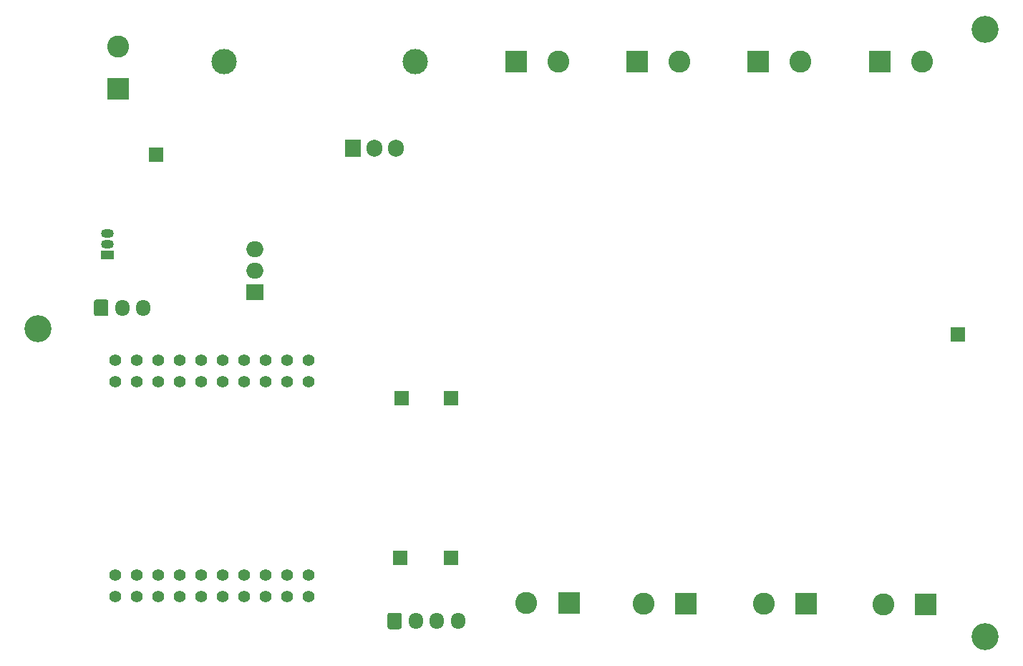
<source format=gbs>
G04 #@! TF.GenerationSoftware,KiCad,Pcbnew,5.1.11-e4df9d881f~92~ubuntu20.04.1*
G04 #@! TF.CreationDate,2021-10-29T00:11:59+02:00*
G04 #@! TF.ProjectId,CC dimmer low voltage,43432064-696d-46d6-9572-206c6f772076,0.95*
G04 #@! TF.SameCoordinates,Original*
G04 #@! TF.FileFunction,Soldermask,Bot*
G04 #@! TF.FilePolarity,Negative*
%FSLAX46Y46*%
G04 Gerber Fmt 4.6, Leading zero omitted, Abs format (unit mm)*
G04 Created by KiCad (PCBNEW 5.1.11-e4df9d881f~92~ubuntu20.04.1) date 2021-10-29 00:11:59*
%MOMM*%
%LPD*%
G01*
G04 APERTURE LIST*
%ADD10C,3.000000*%
%ADD11C,1.400000*%
%ADD12R,1.700000X1.700000*%
%ADD13C,3.200000*%
%ADD14O,1.700000X1.950000*%
%ADD15O,1.905000X2.000000*%
%ADD16R,1.905000X2.000000*%
%ADD17O,1.500000X1.050000*%
%ADD18R,1.500000X1.050000*%
%ADD19R,2.000000X1.905000*%
%ADD20O,2.000000X1.905000*%
%ADD21C,2.600000*%
%ADD22R,2.600000X2.600000*%
G04 APERTURE END LIST*
D10*
X145186400Y-47828200D03*
X122586400Y-47828200D03*
D11*
X132562600Y-83108800D03*
X132562600Y-85648800D03*
X130022600Y-83108800D03*
X130022600Y-85648800D03*
X127482600Y-83108800D03*
X127482600Y-85648800D03*
X124942600Y-83108800D03*
X124942600Y-85648800D03*
X122402600Y-83108800D03*
X122402600Y-85648800D03*
X119862600Y-83108800D03*
X119862600Y-85648800D03*
X117322600Y-83108800D03*
X117322600Y-85648800D03*
X114782600Y-83108800D03*
X114782600Y-85648800D03*
X112242600Y-83108800D03*
X112242600Y-85648800D03*
X109702600Y-83108800D03*
X109702600Y-85648800D03*
X132562600Y-108508800D03*
X132562600Y-111048800D03*
X130022600Y-108508800D03*
X130022600Y-111048800D03*
X127482600Y-108508800D03*
X127482600Y-111048800D03*
X124942600Y-108508800D03*
X124942600Y-111048800D03*
X122402600Y-108508800D03*
X122402600Y-111048800D03*
X119862600Y-108508800D03*
X119862600Y-111048800D03*
X117322600Y-108508800D03*
X117322600Y-111048800D03*
X114782600Y-108508800D03*
X114782600Y-111048800D03*
X112242600Y-108508800D03*
X112242600Y-111048800D03*
X109702600Y-111048800D03*
X109702600Y-108508800D03*
D12*
X149453600Y-106476800D03*
X149479000Y-87604600D03*
D13*
X212598000Y-43942000D03*
X100584000Y-79375000D03*
X212572600Y-115773200D03*
G36*
G01*
X107227000Y-77636200D02*
X107227000Y-76186200D01*
G75*
G02*
X107477000Y-75936200I250000J0D01*
G01*
X108677000Y-75936200D01*
G75*
G02*
X108927000Y-76186200I0J-250000D01*
G01*
X108927000Y-77636200D01*
G75*
G02*
X108677000Y-77886200I-250000J0D01*
G01*
X107477000Y-77886200D01*
G75*
G02*
X107227000Y-77636200I0J250000D01*
G01*
G37*
D14*
X110577000Y-76911200D03*
X113077000Y-76911200D03*
G36*
G01*
X141923400Y-114644000D02*
X141923400Y-113194000D01*
G75*
G02*
X142173400Y-112944000I250000J0D01*
G01*
X143373400Y-112944000D01*
G75*
G02*
X143623400Y-113194000I0J-250000D01*
G01*
X143623400Y-114644000D01*
G75*
G02*
X143373400Y-114894000I-250000J0D01*
G01*
X142173400Y-114894000D01*
G75*
G02*
X141923400Y-114644000I0J250000D01*
G01*
G37*
X145273400Y-113919000D03*
X147773400Y-113919000D03*
X150273400Y-113919000D03*
D12*
X143560800Y-87604600D03*
X143459200Y-106426000D03*
X209423000Y-80010000D03*
X114579400Y-58801000D03*
D15*
X142951200Y-58013600D03*
X140411200Y-58013600D03*
D16*
X137871200Y-58013600D03*
D17*
X108788200Y-69392800D03*
X108788200Y-68122800D03*
D18*
X108788200Y-70662800D03*
D19*
X126238000Y-75082400D03*
D20*
X126238000Y-72542400D03*
X126238000Y-70002400D03*
D21*
X162162500Y-47815500D03*
D22*
X157162500Y-47815500D03*
D21*
X176450000Y-47815500D03*
D22*
X171450000Y-47815500D03*
D21*
X190801000Y-47752000D03*
D22*
X185801000Y-47752000D03*
D21*
X205152000Y-47752000D03*
D22*
X200152000Y-47752000D03*
X205600300Y-111988600D03*
D21*
X200600300Y-111988600D03*
D22*
X191439800Y-111861600D03*
D21*
X186439800Y-111861600D03*
D22*
X177215800Y-111861600D03*
D21*
X172215800Y-111861600D03*
D22*
X163372800Y-111798100D03*
D21*
X158372800Y-111798100D03*
D22*
X110032800Y-50977800D03*
D21*
X110032800Y-45977800D03*
M02*

</source>
